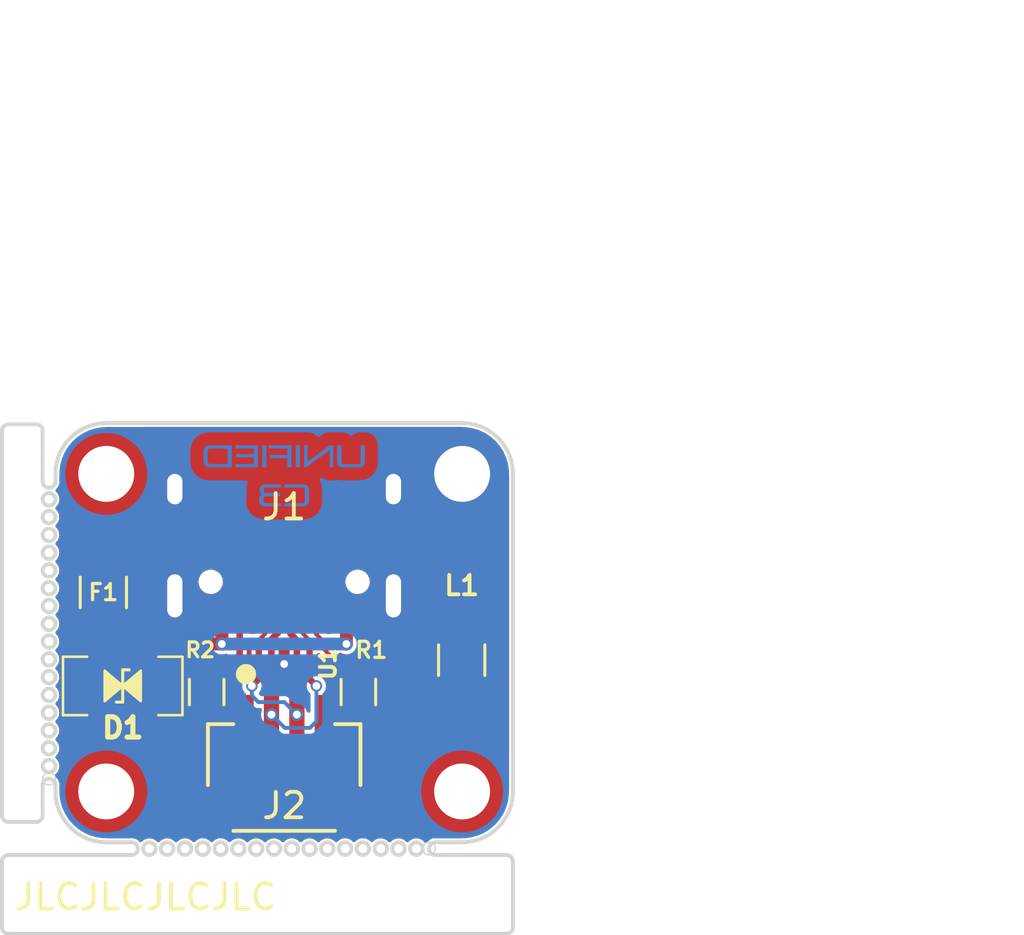
<source format=kicad_pcb>
(kicad_pcb (version 20210126) (generator pcbnew)
  (title_block (title "Unified Daughterboard") (date "2020-03-22") (rev "C3") (company "Designed by the keyboard community"))
  (layers (0 "F.Cu" signal) (31 "B.Cu" signal) (34 "B.Paste" user) (35 "F.Paste" user) (36 "B.SilkS" user "B.Silkscreen") (37 "F.SilkS" user "F.Silkscreen") (38 "B.Mask" user) (39 "F.Mask" user) (44 "Edge.Cuts" user))
  (net 0 "")
  (net 1 "GND")
  (net 2 "VCC")
  (net 3 "GNDPWR")
  (net 4 "Net-(J1-PadB8)")
  (net 5 "Net-(J1-PadA5)")
  (net 6 "DA+")
  (net 7 "Net-(J1-PadB5)")
  (net 8 "Net-(J1-PadA8)")
  (net 9 "DA-")
  (net 10 "VBUS")
  (footprint "random-keyboard-parts:Generic-Mounthole" (layer "F.Cu") (at 82.0045 71.043)
    (fp_text reference "MH4" hide)
    (fp_text value "Mount-M2" hide)
    (pad "" np_thru_hole circle (at 0 0) (size 3.500001 3.500001) (drill 2.2) (layers "F.Cu" "F.Mask") (clearance 0.508))
  )
  (footprint "Fuse:Fuse_1206_3216Metric" (layer "F.Cu") (at 67.8905 63.207 -90)
    (fp_text reference "F1" (at 0 0) (layer "F.SilkS") (effects (font (size 0.635 0.635) (thickness 0.127))))
    (fp_text value "ASMD1206-150")
    (fp_line (start -0.602064 0.91) (end 0.602064 0.91) (layer "F.SilkS") (width 0.12))
    (fp_line (start -0.602064 -0.91) (end 0.602064 -0.91) (layer "F.SilkS") (width 0.12))
    (pad "1" smd roundrect (at -1.4 0 270) (size 1.25 1.75) (layers "F.Cu" "F.Paste" "F.Mask") (roundrect_rratio 0.2) (net 10 "VBUS"))
    (pad "2" smd roundrect (at 1.4 0 270) (size 1.25 1.75) (layers "F.Cu" "F.Paste" "F.Mask") (roundrect_rratio 0.2) (net 2 "VCC"))
  )
  (footprint "acheron_Components:USON-10_2.5x1.0mm_P0.5mm" (layer "F.Cu") (at 75.0025 66.0264 90)
    (fp_text reference "U1" (at 0 1.7272 90) (layer "F.SilkS") (effects (font (size 0.6 0.6))))
    (fp_text value "TPD4E05U06DQAR")
    (fp_circle (center -0.4 -1.5) (end -0.4 -1.5) (layer "F.SilkS") (width 0.4) (fill none))
    (pad "1" smd roundrect (at -0.385 -1) (size 0.25 0.55) (layers "F.Cu" "F.Paste" "F.Mask") (roundrect_rratio 0.5) (net 6 "DA+"))
    (pad "2" smd rect (at -0.385 -0.5) (size 0.25 0.55) (layers "F.Cu" "F.Paste" "F.Mask") (net 9 "DA-"))
    (pad "3" smd rect (at -0.385 0) (size 0.3 0.55) (layers "F.Cu" "F.Paste" "F.Mask") (net 3 "GNDPWR"))
    (pad "4" smd rect (at -0.385 0.5) (size 0.25 0.55) (layers "F.Cu" "F.Paste" "F.Mask") (net 6 "DA+"))
    (pad "5" smd rect (at -0.385 1) (size 0.25 0.55) (layers "F.Cu" "F.Paste" "F.Mask") (net 9 "DA-"))
    (pad "6" smd rect (at 0.385 1) (size 0.25 0.55) (layers "F.Cu" "F.Paste" "F.Mask") (net 9 "DA-"))
    (pad "7" smd rect (at 0.385 0.5) (size 0.25 0.55) (layers "F.Cu" "F.Paste" "F.Mask") (net 6 "DA+"))
    (pad "8" smd rect (at 0.385 0) (size 0.3 0.55) (layers "F.Cu" "F.Paste" "F.Mask") (net 3 "GNDPWR"))
    (pad "9" smd rect (at 0.385 -0.5) (size 0.25 0.55) (layers "F.Cu" "F.Paste" "F.Mask") (net 9 "DA-"))
    (pad "10" smd rect (at 0.385 -1) (size 0.25 0.55) (layers "F.Cu" "F.Paste" "F.Mask") (net 6 "DA+"))
  )
  (footprint "Resistors_SMD:R_0603" (layer "F.Cu") (at 77.9235 67.129 -90)
    (fp_text reference "R1" (at -1.651 -0.508) (layer "F.SilkS") (effects (font (size 0.635 0.635) (thickness 0.127))))
    (fp_text value "5.1k")
    (fp_line (start 0.5 0.68) (end -0.5 0.68) (layer "F.SilkS") (width 0.12))
    (fp_line (start -0.5 -0.68) (end 0.5 -0.68) (layer "F.SilkS") (width 0.12))
    (pad "1" smd rect (at -0.75 0 270) (size 0.5 0.9) (layers "F.Cu" "F.Paste" "F.Mask") (net 5 "Net-(J1-PadA5)"))
    (pad "2" smd rect (at 0.75 0 270) (size 0.5 0.9) (layers "F.Cu" "F.Paste" "F.Mask") (net 3 "GNDPWR"))
  )
  (footprint "acheron_Connectors:TYPE-C-31-M-12" (layer "F.Cu") (at 75.0025 64.843 180)
    (fp_text reference "J1" (at 0 5) (layer "F.SilkS"))
    (fp_text value "TYPE-C-31-M12_13")
    (pad "" np_thru_hole circle (at -2.89 2.051 180) (size 0.65 0.65) (drill 0.65) (layers *.Cu *.Mask))
    (pad "" np_thru_hole circle (at 2.89 2.051 180) (size 0.65 0.65) (drill 0.65) (layers *.Cu *.Mask))
    (pad "A1" smd roundrect (at -3.25 1.275 180) (size 0.6 1.45) (drill (offset 0 -0.55)) (layers "F.Cu" "F.Paste" "F.Mask") (net 3 "GNDPWR"))
    (pad "A4" smd roundrect (at -2.45 1.275 180) (size 0.6 1.45) (drill (offset 0 -0.55)) (layers "F.Cu" "F.Paste" "F.Mask") (net 10 "VBUS"))
    (pad "A5" smd roundrect (at -1.25 1.275 180) (size 0.3 1.45) (drill (offset 0 -0.55)) (layers "F.Cu" "F.Paste" "F.Mask") (net 5 "Net-(J1-PadA5)"))
    (pad "A6" smd roundrect (at -0.254 1.275 180) (size 0.3 1.45) (drill (offset 0 -0.55)) (layers "F.Cu" "F.Paste" "F.Mask") (net 6 "DA+"))
    (pad "A7" smd roundrect (at 0.25 1.275 180) (size 0.3 1.45) (drill (offset 0 -0.55)) (layers "F.Cu" "F.Paste" "F.Mask") (net 9 "DA-"))
    (pad "A8" smd roundrect (at 1.25 1.275 180) (size 0.3 1.45) (drill (offset 0 -0.55)) (layers "F.Cu" "F.Paste" "F.Mask") (net 8 "Net-(J1-PadA8)"))
    (pad "B1" smd roundrect (at 3.25 1.275 180) (size 0.6 1.45) (drill (offset 0 -0.55)) (layers "F.Cu" "F.Paste" "F.Mask") (net 3 "GNDPWR"))
    (pad "B4" smd roundrect (at 2.45 1.275 180) (size 0.6 1.45) (drill (offset 0 -0.55)) (layers "F.Cu" "F.Paste" "F.Mask") (net 10 "VBUS"))
    (pad "B5" smd roundrect (at 1.75 1.275 180) (size 0.3 1.45) (drill (offset 0 -0.55)) (layers "F.Cu" "F.Paste" "F.Mask") (net 7 "Net-(J1-PadB5)"))
    (pad "B6" smd roundrect (at 0.75 1.275 180) (size 0.3 1.45) (drill (offset 0 -0.55)) (layers "F.Cu" "F.Paste" "F.Mask") (net 6 "DA+"))
    (pad "B7" smd roundrect (at -0.75 1.275 180) (size 0.3 1.45) (drill (offset 0 -0.55)) (layers "F.Cu" "F.Paste" "F.Mask") (net 9 "DA-"))
    (pad "B8" smd roundrect (at -1.75 1.275 180) (size 0.3 1.45) (drill (offset 0 -0.55)) (layers "F.Cu" "F.Paste" "F.Mask") (net 4 "Net-(J1-PadB8)"))
    (pad "S" thru_hole oval (at -4.3 5.7 180) (size 1.3 1.9) (drill oval 0.6 1.2) (layers *.Cu *.Mask) (net 3 "GNDPWR"))
    (pad "S" thru_hole oval (at 4.3 5.7 180) (size 1.3 1.9) (drill oval 0.6 1.2) (layers *.Cu *.Mask) (net 3 "GNDPWR"))
    (pad "S" thru_hole oval (at 4.3 1.5 180) (size 1.1 2.2) (drill oval 0.6 1.7) (layers *.Cu *.Mask) (net 3 "GNDPWR"))
    (pad "S" thru_hole oval (at -4.3 1.5 180) (size 1.1 2.2) (drill oval 0.6 1.7) (layers *.Cu *.Mask) (net 3 "GNDPWR"))
  )
  (footprint "acheron_Components:D_SOD-123_Bidirectional" (layer "F.Cu") (at 68.6525 66.89 180)
    (fp_text reference "D1" (at 0 -1.651 180) (layer "F.SilkS") (effects (font (size 0.8 0.8) (thickness 0.2))))
    (fp_text value "SMF9.0CA")
    (fp_line (start 0 -0.635) (end 0.254 -0.635) (layer "F.SilkS") (width 0.12))
    (fp_line (start 0 0.635) (end 0 -0.635) (layer "F.SilkS") (width 0.12))
    (fp_line (start 2.35 -1.15) (end 1.4 -1.15) (layer "F.SilkS") (width 0.1016))
    (fp_line (start 2.35 -1.15) (end 2.35 1.15) (layer "F.SilkS") (width 0.1016))
    (fp_line (start -2.35 -1.15) (end -1.4 -1.15) (layer "F.SilkS") (width 0.1016))
    (fp_line (start -2.35 1.15) (end -1.4 1.15) (layer "F.SilkS") (width 0.1016))
    (fp_line (start 2.35 1.15) (end 1.4 1.15) (layer "F.SilkS") (width 0.1016))
    (fp_line (start 0 0.635) (end -0.254 0.635) (layer "F.SilkS") (width 0.12))
    (fp_line (start -2.35 1.15) (end -2.35 -1.15) (layer "F.SilkS") (width 0.1016))
    (fp_poly (pts (xy 0 0) (xy -0.711 0.6) (xy -0.711 -0.6)) (layer "F.SilkS") (width 0.1) (fill solid))
    (fp_poly (pts (xy 0 0) (xy 0.711 -0.6) (xy 0.711 0.6)) (layer "F.SilkS") (width 0.1) (fill solid))
    (pad "1" smd roundrect (at -1.65 0 180) (size 1 1.2) (layers "F.Cu" "F.Paste" "F.Mask") (net 3 "GNDPWR"))
    (pad "2" smd roundrect (at 1.65 0 180) (size 1 1.2) (layers "F.Cu" "F.Paste" "F.Mask") (net 2 "VCC"))
  )
  (footprint "Resistors_SMD:R_0603" (layer "F.Cu") (at 71.9545 67.129 -90)
    (fp_text reference "R2" (at -1.651 0.254 180) (layer "F.SilkS") (effects (font (size 0.5842 0.5842) (thickness 0.127))))
    (fp_text value "5.1k")
    (fp_line (start 0.5 0.68) (end -0.5 0.68) (layer "F.SilkS") (width 0.12))
    (fp_line (start -0.5 -0.68) (end 0.5 -0.68) (layer "F.SilkS") (width 0.12))
    (pad "1" smd rect (at -0.75 0 270) (size 0.5 0.9) (layers "F.Cu" "F.Paste" "F.Mask") (net 7 "Net-(J1-PadB5)"))
    (pad "2" smd rect (at 0.75 0 270) (size 0.5 0.9) (layers "F.Cu" "F.Paste" "F.Mask") (net 3 "GNDPWR"))
  )
  (footprint "Inductor_SMD:L_1206_3216Metric" (layer "F.Cu") (at 81.9875 65.874 90)
    (fp_text reference "L1" (at 2.936 0 180) (layer "F.SilkS") (effects (font (size 0.762 0.762) (thickness 0.1524))))
    (fp_text value "60R@100MHz")
    (fp_line (start -0.602064 0.91) (end 0.602064 0.91) (layer "F.SilkS") (width 0.12))
    (fp_line (start -0.602064 -0.91) (end 0.602064 -0.91) (layer "F.SilkS") (width 0.12))
    (pad "1" smd roundrect (at -1.4 0 90) (size 1.25 1.75) (layers "F.Cu" "F.Paste" "F.Mask") (roundrect_rratio 0.2) (net 1 "GND"))
    (pad "2" smd roundrect (at 1.4 0 90) (size 1.25 1.75) (layers "F.Cu" "F.Paste" "F.Mask") (roundrect_rratio 0.2) (net 3 "GNDPWR"))
  )
  (footprint "random-keyboard-parts:Generic-Mounthole" (layer "F.Cu") (at 68.0045 71.043)
    (fp_text reference "MH3" hide)
    (fp_text value "Mount-M2" hide)
    (pad "" np_thru_hole circle (at 0 0) (size 3.500001 3.500001) (drill 2.2) (layers "F.Cu" "F.Mask") (clearance 0.508))
  )
  (footprint "random-keyboard-parts:Generic-Mounthole" (layer "F.Cu") (at 82.0045 58.543)
    (fp_text reference "MH2" hide)
    (fp_text value "Mount-M2" hide)
    (pad "1" thru_hole circle (at 0 0) (size 3.500001 3.500001) (drill 2.2) (layers *.Cu *.Mask) (net 3 "GNDPWR"))
  )
  (footprint "random-keyboard-parts:JST-SR-4" (layer "F.Cu") (at 75.0045 72.793)
    (fp_text reference "J2" (at 0.004 -1.189) (layer "F.SilkS"))
    (fp_text value "SM04B-SRSS-TB(LF)(SN)")
    (fp_line (start 3 -4.4) (end 3 -2) (layer "F.SilkS") (width 0.15))
    (fp_line (start 2 -0.2) (end -2 -0.2) (layer "F.SilkS") (width 0.15))
    (fp_line (start -3 -4.4) (end -2 -4.4) (layer "F.SilkS") (width 0.15))
    (fp_line (start -3 -2) (end -3 -4.4) (layer "F.SilkS") (width 0.15))
    (fp_line (start 2 -4.4) (end 3 -4.4) (layer "F.SilkS") (width 0.15))
    (pad "" smd rect (at 2.8 -0.9) (size 1.2 1.8) (layers "F.Cu" "F.Paste" "F.Mask"))
    (pad "" smd rect (at -2.8 -0.9) (size 1.2 1.8) (layers "F.Cu" "F.Paste" "F.Mask"))
    (pad "1" smd rect (at -1.5 -4.775) (size 0.6 1.55) (layers "F.Cu" "F.Paste" "F.Mask") (net 2 "VCC"))
    (pad "2" smd rect (at -0.5 -4.775) (size 0.6 1.55) (layers "F.Cu" "F.Paste" "F.Mask") (net 9 "DA-"))
    (pad "3" smd rect (at 0.5 -4.775) (size 0.6 1.55) (layers "F.Cu" "F.Paste" "F.Mask") (net 6 "DA+"))
    (pad "4" smd rect (at 1.5 -4.775) (size 0.6 1.55) (layers "F.Cu" "F.Paste" "F.Mask") (net 1 "GND"))
  )
  (footprint "random-keyboard-parts:Generic-Mounthole" (layer "F.Cu") (at 68.0045 58.543)
    (fp_text reference "MH1")
    (fp_text value "Mount-M2" hide)
    (pad "" np_thru_hole circle (at 0 0) (size 3.500001 3.500001) (drill 2.2) (layers "F.Cu" "F.Mask") (clearance 0.508))
  )
  (footprint "Unified-Daughterboard-Logo:Unified-Daughterboard-Logo.pretty" (layer "B.Cu") (at 75.0025 66.509 180)
    (fp_text reference "G1" hide)
    (fp_text value "Unified-Daughterboard-Logo" hide)
  )
  (footprint "Unified-Daughterboard-Logo:Unified-Daughterboard-Name.pretty" (layer "B.Cu") (at 75.0025 58.62 180)
    (fp_text reference "G2" hide)
    (fp_text value "Unified-Daughterboard-Name" hide)
    (pad "1" smd custom (at 1.12 1.09 180) (size 0.1 0.1) (layers "B.Cu" "B.Mask") (options (clearance outline) (anchor circle)) (primitives (gr_poly (pts (xy 0.801419 -0.014657) (xy 0.072197 -0.014657) (xy 0.072197 -0.230613) (xy 0.76444 -0.230613) (xy 0.76444 -0.359299) (xy 0.072181 -0.359299) (xy 0.072558 -0.492053) (xy 0.072936 -0.624807) (xy 0.437177 -0.62518) (xy 0.801419 -0.625552) (xy 0.801419 -0.754233) (xy 0.355701 -0.754233) (xy 0.319573 -0.75423) (xy 0.284211 -0.75422) (xy 0.24973 -0.754204) (xy 0.216242 -0.754183) (xy 0.183864 -0.754156) (xy 0.152708 -0.754124) (xy 0.122891 -0.754087) (xy 0.094525 -0.754045) (xy 0.067726 -0.753998) (xy 0.042608 -0.753947) (xy 0.019286 -0.753893) (xy -0.002127 -0.753834) (xy -0.021516 -0.753772) (xy -0.038766 -0.753707) (xy -0.053764 -0.753638) (xy -0.066393 -0.753567) (xy -0.076541 -0.753493) (xy -0.084093 -0.753417) (xy -0.088934 -0.75334) (xy -0.09095 -0.75326) (xy -0.091003 -0.753247) (xy -0.091084 -0.751705) (xy -0.091164 -0.747321) (xy -0.091241 -0.740211) (xy -0.091316 -0.730491) (xy -0.091388 -0.718277) (xy -0.091458 -0.703685) (xy -0.091524 -0.686831) (xy -0.091588 -0.667831) (xy -0.091647 -0.646802) (xy -0.091703 -0.623859) (xy -0.091755 -0.599118) (xy -0.091802 -0.572696) (xy -0.091844 -0.544709) (xy -0.091882 -0.515272) (xy -0.091914 -0.484502) (xy -0.091941 -0.452515) (xy -0.091963 -0.419426) (xy -0.091978 -0.385353) (xy -0.091987 -0.350411) (xy -0.091989 -0.319116) (xy -0.091989 0.114029) (xy 0.801419 0.114029)) (width 0) (fill yes))))
    (pad "1" smd custom (at 0.52 -0.73 180) (size 0.1 0.1) (layers "B.Cu" "B.Mask") (options (clearance outline) (anchor circle)) (primitives (gr_poly (pts (xy 0.036814 0.394003) (xy 0.066889 0.393969) (xy 0.094232 0.393912) (xy 0.118817 0.393835) (xy 0.140617 0.393736) (xy 0.159607 0.393616) (xy 0.175759 0.393475) (xy 0.189048 0.393313) (xy 0.199447 0.39313) (xy 0.206929 0.392927) (xy 0.20996 0.392797) (xy 0.24124 0.39039) (xy 0.269999 0.386589) (xy 0.296342 0.38136) (xy 0.320374 0.374669) (xy 0.342202 0.366479) (xy 0.361931 0.356757) (xy 0.379667 0.345468) (xy 0.395515 0.332578) (xy 0.396639 0.331537) (xy 0.410142 0.316976) (xy 0.421412 0.300576) (xy 0.430475 0.282284) (xy 0.43736 0.262045) (xy 0.442093 0.239803) (xy 0.442231 0.238921) (xy 0.442943 0.232475) (xy 0.443524 0.2236) (xy 0.443972 0.212784) (xy 0.44429 0.200519) (xy 0.444476 0.187292) (xy 0.444531 0.173593) (xy 0.444456 0.159912) (xy 0.444252 0.146738) (xy 0.443917 0.134561) (xy 0.443453 0.123868) (xy 0.442861 0.115151) (xy 0.442139 0.108898) (xy 0.442136 0.108879) (xy 0.437575 0.088735) (xy 0.430735 0.070047) (xy 0.421759 0.052993) (xy 0.410787 0.03775) (xy 0.39796 0.024494) (xy 0.383421 0.013403) (xy 0.36731 0.004652) (xy 0.355107 -0.000007) (xy 0.35037 -0.001668) (xy 0.34719 -0.003066) (xy 0.346162 -0.003934) (xy 0.346233 -0.004003) (xy 0.348261 -0.004834) (xy 0.35215 -0.006203) (xy 0.355658 -0.007361) (xy 0.374014 -0.014706) (xy 0.391868 -0.024655) (xy 0.408658 -0.036859) (xy 0.421513 -0.048579) (xy 0.430795 -0.058772) (xy 0.437945 -0.06865) (xy 0.443513 -0.079144) (xy 0.448048 -0.091184) (xy 0.449481 -0.095893) (xy 0.450886 -0.101058) (xy 0.452092 -0.106308) (xy 0.453111 -0.111896) (xy 0.453956 -0.118075) (xy 0.454638 -0.125097) (xy 0.45517 -0.133217) (xy 0.455565 -0.142686) (xy 0.455834 -0.153757) (xy 0.45599 -0.166684) (xy 0.456045 -0.181718) (xy 0.456011 -0.199114) (xy 0.455901 -0.219124) (xy 0.455845 -0.227015) (xy 0.455699 -0.246046) (xy 0.45555 -0.262402) (xy 0.45537 -0.276368) (xy 0.455134 -0.288225) (xy 0.454815 -0.298257) (xy 0.454388 -0.306749) (xy 0.453827 -0.313983) (xy 0.453106 -0.320243) (xy 0.452198 -0.325813) (xy 0.451078 -0.330975) (xy 0.44972 -0.336013) (xy 0.448098 -0.341211) (xy 0.446185 -0.346852) (xy 0.444385 -0.352) (xy 0.436271 -0.370825) (xy 0.425675 -0.388126) (xy 0.412579 -0.40392) (xy 0.396964 -0.418223) (xy 0.37881 -0.431054) (xy 0.358101 -0.442428) (xy 0.334816 -0.452364) (xy 0.33421 -0.452591) (xy 0.313456 -0.459297) (xy 0.29046 -0.464759) (xy 0.265071 -0.469006) (xy 0.237137 -0.472068) (xy 0.231483 -0.472522) (xy 0.227444 -0.472711) (xy 0.220507 -0.472889) (xy 0.210732 -0.473055) (xy 0.198179 -0.473209) (xy 0.182908 -0.47335) (xy 0.164979 -0.473479) (xy 0.144453 -0.473596) (xy 0.12139 -0.473699) (xy 0.095849 -0.473788) (xy 0.067891 -0.473865) (xy 0.037575 -0.473927) (xy 0.004963 -0.473974) (xy -0.029886 -0.474008) (xy -0.066911 -0.474026) (xy -0.095055 -0.47403) (xy -0.401699 -0.47403) (xy -0.401314 -0.410057) (xy -0.400928 -0.346083) (xy -0.094004 -0.345344) (xy 0.21292 -0.344604) (xy 0.22752 -0.340576) (xy 0.243116 -0.335501) (xy 0.256059 -0.329555) (xy 0.266565 -0.322593) (xy 0.27485 -0.314468) (xy 0.28113 -0.305037) (xy 0.281618 -0.304092) (xy 0.283733 -0.299797) (xy 0.285505 -0.295814) (xy 0.286966 -0.291836) (xy 0.288151 -0.287554) (xy 0.289093 -0.28266) (xy 0.289826 -0.276847) (xy 0.290384 -0.269806) (xy 0.290801 -0.26123) (xy 0.29111 -0.250811) (xy 0.291345 -0.238241) (xy 0.29154 -0.223211) (xy 0.291656 -0.212506) (xy 0.291807 -0.193423) (xy 0.291838 -0.176815) (xy 0.291751 -0.162775) (xy 0.291546 -0.151397) (xy 0.291226 -0.142773) (xy 0.290791 -0.136997) (xy 0.290709 -0.13633) (xy 0.287993 -0.123624) (xy 0.283362 -0.112695) (xy 0.276633 -0.103349) (xy 0.267622 -0.095389) (xy 0.256147 -0.088622) (xy 0.242024 -0.082851) (xy 0.239897 -0.082135) (xy 0.237084 -0.081192) (xy 0.234531 -0.080326) (xy 0.232109 -0.079533) (xy 0.229687 -0.07881) (xy 0.227137 -0.078154) (xy 0.224328 -0.077561) (xy 0.22113 -0.077027) (xy 0.217414 -0.076549) (xy 0.21305 -0.076125) (xy 0.207909 -0.075749) (xy 0.201859 -0.075419) (xy 0.194773 -0.075131) (xy 0.186519 -0.074882) (xy 0.176968 -0.074668) (xy 0.165991 -0.074485) (xy 0.153457 -0.074332) (xy 0.139238 -0.074203) (xy 0.123202 -0.074095) (xy 0.10522 -0.074005) (xy 0.085163 -0.07393) (xy 0.062901 -0.073865) (xy 0.038304 -0.073808) (xy 0.011242 -0.073755) (xy -0.018414 -0.073702) (xy -0.050795 -0.073647) (xy -0.078859 -0.073598) (xy -0.36472 -0.073087) (xy -0.36395 0.054767) (xy 0.218836 0.056317) (xy 0.231049 0.059589) (xy 0.243885 0.063686) (xy 0.254177 0.06852) (xy 0.2623 0.074348) (xy 0.268629 0.08143) (xy 0.272661 0.088185) (xy 0.274618 0.092282) (xy 0.276214 0.096204) (xy 0.277483 0.100294) (xy 0.278455 0.104896) (xy 0.279164 0.110352) (xy 0.279642 0.117006) (xy 0.279921 0.125202) (xy 0.280035 0.135283) (xy 0.280015 0.147592) (xy 0.279893 0.162473) (xy 0.279873 0.164511) (xy 0.279698 0.179573) (xy 0.279478 0.192007) (xy 0.279165 0.20214) (xy 0.278713 0.210304) (xy 0.278074 0.216826) (xy 0.277201 0.222038) (xy 0.276047 0.226267) (xy 0.274566 0.229844) (xy 0.27271 0.233097) (xy 0.270432 0.236357) (xy 0.269417 0.237704) (xy 0.262986 0.244896) (xy 0.255535 0.250693) (xy 0.246579 0.255351) (xy 0.235632 0.259124) (xy 0.22305 0.262101) (xy 0.221398 0.262406) (xy 0.219527 0.262687) (xy 0.217312 0.262945) (xy 0.21463 0.263182) (xy 0.211358 0.263398) (xy 0.207372 0.263595) (xy 0.202549 0.263774) (xy 0.196765 0.263937) (xy 0.189898 0.264083) (xy 0.181822 0.264216) (xy 0.172416 0.264335) (xy 0.161556 0.264442) (xy 0.149117 0.264538) (xy 0.134977 0.264625) (xy 0.119012 0.264703) (xy 0.101099 0.264773) (xy 0.081114 0.264838) (xy 0.058934 0.264898) (xy 0.034436 0.264954) (xy 0.007495 0.265008) (xy -0.022011 0.26506) (xy -0.054206 0.265112) (xy -0.089214 0.265166) (xy -0.095869 0.265175) (xy -0.401699 0.265627) (xy -0.401314 0.32956) (xy -0.400928 0.393493) (xy -0.110275 0.393927) (xy -0.069537 0.393978) (xy -0.031425 0.394008) (xy 0.004034 0.394017)) (width 0) (fill yes))))
    (pad "1" smd custom (at 0.78 0.91 180) (size 0.1 0.1) (layers "B.Cu" "B.Mask") (options (clearance outline) (anchor circle)) (primitives (gr_poly (pts (xy 0.082346 -0.574233) (xy -0.08184 -0.574233) (xy -0.08184 0.294029) (xy 0.082346 0.294029)) (width 0) (fill yes))))
    (pad "1" smd custom (at -3.1 0.8 180) (size 0.1 0.1) (layers "B.Cu" "B.Mask") (options (clearance outline) (anchor circle)) (primitives (gr_poly (pts (xy 0.089951 0.069371) (xy 0.089952 0.031594) (xy 0.089952 -0.003341) (xy 0.089953 -0.035549) (xy 0.089959 -0.065147) (xy 0.089972 -0.092251) (xy 0.089995 -0.116977) (xy 0.09003 -0.13944) (xy 0.090082 -0.159757) (xy 0.090152 -0.178044) (xy 0.090244 -0.194417) (xy 0.09036 -0.208991) (xy 0.090503 -0.221883) (xy 0.090677 -0.233209) (xy 0.090884 -0.243085) (xy 0.091127 -0.251626) (xy 0.091408 -0.258949) (xy 0.091732 -0.26517) (xy 0.0921 -0.270405) (xy 0.092515 -0.274769) (xy 0.092981 -0.278379) (xy 0.0935 -0.281351) (xy 0.094075 -0.283801) (xy 0.094709 -0.285845) (xy 0.095405 -0.287598) (xy 0.096166 -0.289178) (xy 0.096994 -0.290699) (xy 0.097893 -0.292277) (xy 0.098866 -0.29403) (xy 0.098977 -0.294237) (xy 0.106317 -0.305001) (xy 0.115997 -0.314107) (xy 0.128049 -0.321571) (xy 0.142509 -0.327411) (xy 0.159412 -0.331646) (xy 0.17591 -0.334016) (xy 0.179246 -0.334204) (xy 0.185359 -0.33438) (xy 0.194065 -0.334544) (xy 0.205185 -0.334696) (xy 0.218535 -0.334836) (xy 0.233933 -0.334964) (xy 0.251199 -0.335081) (xy 0.270149 -0.335185) (xy 0.290601 -0.335278) (xy 0.312375 -0.335358) (xy 0.335288 -0.335427) (xy 0.359158 -0.335484) (xy 0.383803 -0.335529) (xy 0.409041 -0.335562) (xy 0.434691 -0.335583) (xy 0.46057 -0.335592) (xy 0.486496 -0.335589) (xy 0.512288 -0.335574) (xy 0.537763 -0.335548) (xy 0.56274 -0.335509) (xy 0.587037 -0.335459) (xy 0.610471 -0.335397) (xy 0.632862 -0.335322) (xy 0.654026 -0.335236) (xy 0.673782 -0.335138) (xy 0.691949 -0.335028) (xy 0.708343 -0.334906) (xy 0.722784 -0.334772) (xy 0.735089 -0.334626) (xy 0.745076 -0.334468) (xy 0.752564 -0.334299) (xy 0.757371 -0.334117) (xy 0.758715 -0.334021) (xy 0.777734 -0.331215) (xy 0.794289 -0.326811) (xy 0.808426 -0.320781) (xy 0.820189 -0.313093) (xy 0.829625 -0.303717) (xy 0.836778 -0.292623) (xy 0.841693 -0.279782) (xy 0.842026 -0.278547) (xy 0.842279 -0.277334) (xy 0.842513 -0.275636) (xy 0.842728 -0.273342) (xy 0.842926 -0.270338) (xy 0.843106 -0.266511) (xy 0.84327 -0.261748) (xy 0.843419 -0.255935) (xy 0.843553 -0.24896) (xy 0.843673 -0.240709) (xy 0.84378 -0.231069) (xy 0.843874 -0.219928) (xy 0.843956 -0.207172) (xy 0.844027 -0.192687) (xy 0.844088 -0.176361) (xy 0.844139 -0.15808) (xy 0.844182 -0.137732) (xy 0.844216 -0.115203) (xy 0.844243 -0.090381) (xy 0.844263 -0.063151) (xy 0.844278 -0.033401) (xy 0.844287 -0.001018) (xy 0.844292 0.034112) (xy 0.844293 0.067094) (xy 0.844293 0.404029) (xy 1.010053 0.404029) (xy 1.009556 0.059017) (xy 1.009502 0.020589) (xy 1.009454 -0.015001) (xy 1.009408 -0.047871) (xy 1.009362 -0.078142) (xy 1.009313 -0.105933) (xy 1.009257 -0.131363) (xy 1.009192 -0.154552) (xy 1.009113 -0.175619) (xy 1.00902 -0.194684) (xy 1.008908 -0.211867) (xy 1.008774 -0.227287) (xy 1.008615 -0.241063) (xy 1.008429 -0.253315) (xy 1.008212 -0.264163) (xy 1.007962 -0.273726) (xy 1.007675 -0.282124) (xy 1.007348 -0.289476) (xy 1.006978 -0.295902) (xy 1.006562 -0.301521) (xy 1.006098 -0.306452) (xy 1.005582 -0.310816) (xy 1.005011 -0.314732) (xy 1.004382 -0.31832) (xy 1.003692 -0.321698) (xy 1.002938 -0.324986) (xy 1.002118 -0.328305) (xy 1.001227 -0.331773) (xy 1.000264 -0.33551) (xy 0.999505 -0.338505) (xy 0.992987 -0.358905) (xy 0.984093 -0.377575) (xy 0.97288 -0.394443) (xy 0.959403 -0.409438) (xy 0.943719 -0.42249) (xy 0.925882 -0.433527) (xy 0.924506 -0.434247) (xy 0.910155 -0.441169) (xy 0.895924 -0.44693) (xy 0.88132 -0.451648) (xy 0.865846 -0.455443) (xy 0.849006 -0.458433) (xy 0.830305 -0.460737) (xy 0.809248 -0.462474) (xy 0.805835 -0.462694) (xy 0.801797 -0.462851) (xy 0.794977 -0.462998) (xy 0.785549 -0.463134) (xy 0.773691 -0.463261) (xy 0.759577 -0.463378) (xy 0.743383 -0.463485) (xy 0.725286 -0.463582) (xy 0.70546 -0.463669) (xy 0.684081 -0.463747) (xy 0.661326 -0.463814) (xy 0.637369 -0.463872) (xy 0.612387 -0.46392) (xy 0.586556 -0.463959) (xy 0.56005 -0.463987) (xy 0.533046 -0.464006) (xy 0.505719 -0.464015) (xy 0.478246 -0.464015) (xy 0.450801 -0.464005) (xy 0.423561 -0.463985) (xy 0.396701 -0.463956) (xy 0.370397 -0.463917) (xy 0.344824 -0.463869) (xy 0.32016 -0.463811) (xy 0.296578 -0.463744) (xy 0.274255 -0.463667) (xy 0.253366 -0.463581) (xy 0.234088 -0.463485) (xy 0.216596 -0.46338) (xy 0.201065 -0.463265) (xy 0.187672 -0.463141) (xy 0.176592 -0.463008) (xy 0.168001 -0.462866) (xy 0.162074 -0.462714) (xy 0.159766 -0.462612) (xy 0.130734 -0.460065) (xy 0.103987 -0.456031) (xy 0.079213 -0.450434) (xy 0.056097 -0.4432) (xy 0.034325 -0.434254) (xy 0.027473 -0.430958) (xy 0.010583 -0.421761) (xy -0.003985 -0.412081) (xy -0.01687 -0.401474) (xy -0.022834 -0.39573) (xy -0.036916 -0.379497) (xy -0.048721 -0.361574) (xy -0.058291 -0.341867) (xy -0.065671 -0.320281) (xy -0.070903 -0.296724) (xy -0.072005 -0.289648) (xy -0.072252 -0.287609) (xy -0.07248 -0.285022) (xy -0.07269 -0.281773) (xy -0.072883 -0.277748) (xy -0.07306 -0.272833) (xy -0.07322 -0.266916) (xy -0.073366 -0.259882) (xy -0.073498 -0.251618) (xy -0.073615 -0.242011) (xy -0.07372 -0.230945) (xy -0.073813 -0.218309) (xy -0.073894 -0.203987) (xy -0.073965 -0.187867) (xy -0.074025 -0.169835) (xy -0.074076 -0.149778) (xy -0.074119 -0.12758) (xy -0.074153 -0.10313) (xy -0.074181 -0.076313) (xy -0.074202 -0.047016) (xy -0.074217 -0.015124) (xy -0.074227 0.019475) (xy -0.074233 0.056895) (xy -0.074233 0.064934) (xy -0.07426 0.404029) (xy 0.089925 0.404029)) (width 0) (fill yes))))
    (pad "1" smd custom (at -0.9 -0.79 180) (size 0.1 0.1) (layers "B.Cu" "B.Mask") (options (clearance outline) (anchor circle)) (primitives (gr_poly (pts (xy 0.894083 0.325546) (xy 0.541462 0.325546) (xy 0.502296 0.325545) (xy 0.465973 0.32554) (xy 0.432379 0.325531) (xy 0.401399 0.325515) (xy 0.372919 0.325491) (xy 0.346825 0.325457) (xy 0.323001 0.325412) (xy 0.301333 0.325354) (xy 0.281706 0.325282) (xy 0.264006 0.325194) (xy 0.248118 0.325088) (xy 0.233927 0.324964) (xy 0.22132 0.324818) (xy 0.21018 0.324651) (xy 0.200394 0.324459) (xy 0.191847 0.324243) (xy 0.184424 0.323999) (xy 0.178011 0.323727) (xy 0.172493 0.323425) (xy 0.167755 0.323092) (xy 0.163683 0.322725) (xy 0.160163 0.322323) (xy 0.157079 0.321885) (xy 0.154316 0.321409) (xy 0.151761 0.320894) (xy 0.149299 0.320338) (xy 0.148591 0.320169) (xy 0.134767 0.315738) (xy 0.122093 0.309466) (xy 0.111022 0.301664) (xy 0.102003 0.292642) (xy 0.096276 0.284226) (xy 0.09522 0.282323) (xy 0.094258 0.280578) (xy 0.093385 0.278853) (xy 0.092597 0.277009) (xy 0.091889 0.274907) (xy 0.091257 0.272409) (xy 0.090698 0.269377) (xy 0.090206 0.265671) (xy 0.089777 0.261153) (xy 0.089407 0.255685) (xy 0.089091 0.249127) (xy 0.088825 0.241342) (xy 0.088606 0.232189) (xy 0.088427 0.221532) (xy 0.088286 0.209231) (xy 0.088177 0.195148) (xy 0.088097 0.179143) (xy 0.088041 0.161079) (xy 0.088004 0.140816) (xy 0.087983 0.118217) (xy 0.087973 0.093142) (xy 0.08797 0.065453) (xy 0.087968 0.035011) (xy 0.087967 0.019302) (xy 0.087962 -0.012397) (xy 0.087956 -0.041279) (xy 0.087954 -0.067481) (xy 0.08796 -0.091143) (xy 0.087981 -0.112407) (xy 0.088019 -0.131409) (xy 0.088081 -0.148292) (xy 0.08817 -0.163194) (xy 0.088293 -0.176254) (xy 0.088453 -0.187613) (xy 0.088655 -0.19741) (xy 0.088905 -0.205785) (xy 0.089207 -0.212877) (xy 0.089566 -0.218826) (xy 0.089987 -0.223772) (xy 0.090474 -0.227854) (xy 0.091032 -0.231212) (xy 0.091667 -0.233986) (xy 0.092383 -0.236315) (xy 0.093185 -0.238338) (xy 0.094077 -0.240196) (xy 0.095065 -0.242029) (xy 0.096154 -0.243975) (xy 0.097122 -0.245749) (xy 0.104221 -0.256019) (xy 0.113823 -0.264855) (xy 0.125966 -0.272283) (xy 0.140689 -0.27833) (xy 0.148215 -0.28062) (xy 0.162643 -0.284604) (xy 0.894083 -0.285396) (xy 0.894083 -0.41403) (xy 0.526884 -0.413772) (xy 0.494046 -0.413747) (xy 0.461942 -0.413718) (xy 0.430703 -0.413687) (xy 0.400456 -0.413653) (xy 0.37133 -0.413616) (xy 0.343454 -0.413577) (xy 0.316956 -0.413536) (xy 0.291966 -0.413493) (xy 0.268613 -0.413449) (xy 0.247024 -0.413404) (xy 0.227328 -0.413358) (xy 0.209656 -0.413311) (xy 0.194134 -0.413263) (xy 0.180892 -0.413216) (xy 0.170059 -0.413168) (xy 0.161763 -0.413121) (xy 0.156133 -0.413074) (xy 0.153298 -0.413029) (xy 0.153028 -0.413017) (xy 0.121848 -0.409723) (xy 0.09296 -0.404651) (xy 0.066269 -0.397774) (xy 0.041682 -0.389062) (xy 0.019103 -0.378489) (xy -0.000191 -0.366948) (xy -0.009353 -0.360104) (xy -0.019054 -0.351632) (xy -0.028538 -0.342284) (xy -0.037047 -0.332809) (xy -0.043823 -0.323961) (xy -0.044427 -0.323062) (xy -0.055649 -0.303459) (xy -0.064639 -0.281934) (xy -0.071402 -0.25847) (xy -0.072805 -0.252009) (xy -0.073144 -0.250229) (xy -0.073454 -0.248282) (xy -0.073735 -0.246032) (xy -0.073989 -0.243343) (xy -0.074218 -0.240081) (xy -0.074422 -0.236108) (xy -0.074604 -0.231291) (xy -0.074764 -0.225492) (xy -0.074904 -0.218577) (xy -0.075025 -0.21041) (xy -0.075129 -0.200854) (xy -0.075216 -0.189776) (xy -0.075289 -0.177038) (xy -0.075348 -0.162506) (xy -0.075396 -0.146044) (xy -0.075432 -0.127516) (xy -0.075459 -0.106786) (xy -0.075478 -0.083719) (xy -0.075491 -0.058179) (xy -0.075498 -0.030031) (xy -0.075501 0.000861) (xy -0.075501 0.278953) (xy -0.072189 0.293898) (xy -0.066762 0.314711) (xy -0.060136 0.333172) (xy -0.052076 0.349726) (xy -0.042344 0.36482) (xy -0.030704 0.378898) (xy -0.022926 0.386832) (xy -0.0073 0.400278) (xy 0.010114 0.412157) (xy 0.029459 0.422527) (xy 0.050879 0.431444) (xy 0.074518 0.438966) (xy 0.100521 0.44515) (xy 0.129032 0.450053) (xy 0.139716 0.451488) (xy 0.142136 0.45169) (xy 0.146134 0.45188) (xy 0.151784 0.452059) (xy 0.159167 0.452228) (xy 0.168358 0.452386) (xy 0.179434 0.452535) (xy 0.192475 0.452675) (xy 0.207556 0.452805) (xy 0.224755 0.452928) (xy 0.24415 0.453042) (xy 0.265818 0.453149) (xy 0.289836 0.45325) (xy 0.316282 0.453344) (xy 0.345233 0.453431) (xy 0.376767 0.453514) (xy 0.410961 0.453591) (xy 0.447892 0.453663) (xy 0.487637 0.453732) (xy 0.523926 0.453788) (xy 0.894083 0.454326)) (width 0) (fill yes))))
    (pad "1" smd custom (at -0.21 1.11 180) (size 0.1 0.1) (layers "B.Cu" "B.Mask") (options (clearance outline) (anchor circle)) (primitives (gr_poly (pts (xy 0.813494 -0.034657) (xy 0.085751 -0.034657) (xy 0.085751 -0.287592) (xy 0.764682 -0.287592) (xy 0.764682 -0.416278) (xy 0.085763 -0.416278) (xy 0.085387 -0.594886) (xy 0.085012 -0.773493) (xy 0.003288 -0.773876) (xy -0.078435 -0.774258) (xy -0.078435 0.094029) (xy 0.813494 0.094029)) (width 0) (fill yes))))
    (pad "1" smd custom (at 2.15 1.08 180) (size 0.1 0.1) (layers "B.Cu" "B.Mask") (options (clearance outline) (anchor circle)) (primitives (gr_poly (pts (xy 0.324991 0.124007) (xy 0.368605 0.123999) (xy 0.410278 0.12398) (xy 0.449948 0.123952) (xy 0.487554 0.123913) (xy 0.523033 0.123864) (xy 0.556324 0.123805) (xy 0.587364 0.123737) (xy 0.616092 0.12366) (xy 0.642445 0.123573) (xy 0.666363 0.123478) (xy 0.687783 0.123374) (xy 0.706643 0.123262) (xy 0.722881 0.123141) (xy 0.736436 0.123012) (xy 0.747246 0.122876) (xy 0.755247 0.122731) (xy 0.76038 0.12258) (xy 0.761711 0.122511) (xy 0.794505 0.119594) (xy 0.824732 0.115348) (xy 0.852488 0.109741) (xy 0.877866 0.102741) (xy 0.900958 0.094314) (xy 0.92186 0.084428) (xy 0.940664 0.073051) (xy 0.957464 0.06015) (xy 0.967359 0.050927) (xy 0.978668 0.03844) (xy 0.98853 0.025063) (xy 0.99709 0.010475) (xy 1.004491 -0.005648) (xy 1.010876 -0.023626) (xy 1.016388 -0.043784) (xy 1.02117 -0.066444) (xy 1.022297 -0.072698) (xy 1.022638 -0.074879) (xy 1.022949 -0.077425) (xy 1.02323 -0.080485) (xy 1.023484 -0.084209) (xy 1.023713 -0.088745) (xy 1.023919 -0.094244) (xy 1.024104 -0.100855) (xy 1.02427 -0.108727) (xy 1.024418 -0.11801) (xy 1.024552 -0.128854) (xy 1.024672 -0.141407) (xy 1.024782 -0.15582) (xy 1.024882 -0.172242) (xy 1.024976 -0.190822) (xy 1.025064 -0.21171) (xy 1.025149 -0.235055) (xy 1.025233 -0.261007) (xy 1.025318 -0.289715) (xy 1.025349 -0.300487) (xy 1.025433 -0.333739) (xy 1.025492 -0.364116) (xy 1.025524 -0.391701) (xy 1.025529 -0.416576) (xy 1.025508 -0.438826) (xy 1.025458 -0.458533) (xy 1.025381 -0.47578) (xy 1.025275 -0.49065) (xy 1.025141 -0.503226) (xy 1.024977 -0.513591) (xy 1.024784 -0.521829) (xy 1.024561 -0.528022) (xy 1.024308 -0.532253) (xy 1.024268 -0.532714) (xy 1.020814 -0.560023) (xy 1.015577 -0.585016) (xy 1.008478 -0.6078) (xy 0.999436 -0.628476) (xy 0.988374 -0.64715) (xy 0.97521 -0.663926) (xy 0.959866 -0.678908) (xy 0.942262 -0.692199) (xy 0.922318 -0.703905) (xy 0.899954 -0.714129) (xy 0.880066 -0.721378) (xy 0.860175 -0.727264) (xy 0.839122 -0.732172) (xy 0.816538 -0.736161) (xy 0.792054 -0.739291) (xy 0.7653 -0.74162) (xy 0.746919 -0.742712) (xy 0.742311 -0.742866) (xy 0.734822 -0.743013) (xy 0.72453 -0.743153) (xy 0.711511 -0.743285) (xy 0.695844 -0.74341) (xy 0.677605 -0.743527) (xy 0.656872 -0.743635) (xy 0.633723 -0.743735) (xy 0.608234 -0.743827) (xy 0.580483 -0.743909) (xy 0.550548 -0.743982) (xy 0.518505 -0.744046) (xy 0.484433 -0.744099) (xy 0.448409 -0.744143) (xy 0.410509 -0.744176) (xy 0.370812 -0.744199) (xy 0.329394 -0.744211) (xy 0.313898 -0.744212) (xy -0.089541 -0.744233) (xy -0.089541 -0.615547) (xy 0.074645 -0.615547) (xy 0.39673 -0.615534) (xy 0.435225 -0.615525) (xy 0.471786 -0.615502) (xy 0.506343 -0.615466) (xy 0.538823 -0.615417) (xy 0.569156 -0.615355) (xy 0.597269 -0.61528) (xy 0.623091 -0.615192) (xy 0.646549 -0.615093) (xy 0.667574 -0.614982) (xy 0.686092 -0.61486) (xy 0.702033 -0.614726) (xy 0.715324 -0.614582) (xy 0.725895 -0.614428) (xy 0.733673 -0.614263) (xy 0.738586 -0.614088) (xy 0.739524 -0.614032) (xy 0.760224 -0.612057) (xy 0.778308 -0.609255) (xy 0.794019 -0.605547) (xy 0.807602 -0.600851) (xy 0.819304 -0.595087) (xy 0.829369 -0.588175) (xy 0.835723 -0.582459) (xy 0.843457 -0.573443) (xy 0.849523 -0.56337) (xy 0.854239 -0.551617) (xy 0.857544 -0.539296) (xy 0.860814 -0.524579) (xy 0.860814 -0.098583) (xy 0.857536 -0.083791) (xy 0.852863 -0.067553) (xy 0.84653 -0.053656) (xy 0.838456 -0.041941) (xy 0.833165 -0.036295) (xy 0.825753 -0.029682) (xy 0.81868 -0.024594) (xy 0.810985 -0.020469) (xy 0.801711 -0.016743) (xy 0.79721 -0.015194) (xy 0.794132 -0.014149) (xy 0.791341 -0.013182) (xy 0.78872 -0.012289) (xy 0.786151 -0.011468) (xy 0.783516 -0.010715) (xy 0.780697 -0.010027) (xy 0.777575 -0.009401) (xy 0.774032 -0.008835) (xy 0.769951 -0.008324) (xy 0.765214 -0.007865) (xy 0.759702 -0.007457) (xy 0.753297 -0.007094) (xy 0.745882 -0.006775) (xy 0.737338 -0.006496) (xy 0.727547 -0.006255) (xy 0.716391 -0.006047) (xy 0.703752 -0.00587) (xy 0.689512 -0.00572) (xy 0.673554 -0.005595) (xy 0.655758 -0.005492) (xy 0.636007 -0.005407) (xy 0.614183 -0.005337) (xy 0.590167 -0.005279) (xy 0.563843 -0.00523) (xy 0.535091 -0.005186) (xy 0.503793 -0.005146) (xy 0.469832 -0.005104) (xy 0.43309 -0.00506) (xy 0.41374 -0.005035) (xy 0.074645 -0.004595) (xy 0.074645 -0.615547) (xy -0.089541 -0.615547) (xy -0.089541 0.124029)) (width 0) (fill yes))))
    (pad "1" smd custom (at -1.86 1.08 180) (size 0.1 0.1) (layers "B.Cu" "B.Mask") (options (clearance outline) (anchor circle)) (primitives (gr_poly (pts (xy 1.07457 -0.744233) (xy 0.994882 -0.744233) (xy 0.725953 -0.548012) (xy 0.697516 -0.527263) (xy 0.667905 -0.505658) (xy 0.637358 -0.483369) (xy 0.606113 -0.460572) (xy 0.574407 -0.437438) (xy 0.54248 -0.414142) (xy 0.510567 -0.390857) (xy 0.478909 -0.367758) (xy 0.447742 -0.345017) (xy 0.417304 -0.322808) (xy 0.387834 -0.301305) (xy 0.359569 -0.280681) (xy 0.332747 -0.26111) (xy 0.307606 -0.242766) (xy 0.284385 -0.225822) (xy 0.26375 -0.210765) (xy 0.242443 -0.195223) (xy 0.221784 -0.18016) (xy 0.201899 -0.165668) (xy 0.182913 -0.15184) (xy 0.164954 -0.138767) (xy 0.148149 -0.126541) (xy 0.132622 -0.115254) (xy 0.118502 -0.104998) (xy 0.105914 -0.095864) (xy 0.094985 -0.087945) (xy 0.085842 -0.081333) (xy 0.07861 -0.076119) (xy 0.073417 -0.072395) (xy 0.070388 -0.070253) (xy 0.069611 -0.069739) (xy 0.069531 -0.071197) (xy 0.069452 -0.075481) (xy 0.069376 -0.082462) (xy 0.069303 -0.092007) (xy 0.069233 -0.103986) (xy 0.069166 -0.118268) (xy 0.069102 -0.134721) (xy 0.069043 -0.153214) (xy 0.068988 -0.173616) (xy 0.068938 -0.195796) (xy 0.068893 -0.219624) (xy 0.068854 -0.244966) (xy 0.06882 -0.271694) (xy 0.068792 -0.299675) (xy 0.06877 -0.328777) (xy 0.068756 -0.358871) (xy 0.068748 -0.389825) (xy 0.068747 -0.406986) (xy 0.068747 -0.744233) (xy -0.074731 -0.744233) (xy -0.074731 0.124029) (xy 0.068007 0.123947) (xy 0.49918 -0.197759) (xy 0.930353 -0.519464) (xy 0.930726 -0.197717) (xy 0.931099 0.124029) (xy 1.07457 0.124029)) (width 0) (fill yes))))
    (pad "1" smd custom (at -0.54 1.02 180) (size 0.1 0.1) (layers "B.Cu" "B.Mask") (options (clearance outline) (anchor circle)) (primitives (gr_poly (pts (xy 0.084421 -0.684233) (xy 0.003314 -0.684233) (xy -0.011904 -0.684215) (xy -0.026228 -0.684165) (xy -0.039385 -0.684085) (xy -0.051103 -0.683979) (xy -0.061112 -0.68385) (xy -0.069138 -0.683701) (xy -0.07491 -0.683536) (xy -0.078157 -0.683357) (xy -0.078779 -0.683247) (xy -0.07886 -0.681705) (xy -0.078939 -0.677321) (xy -0.079016 -0.670211) (xy -0.079091 -0.660491) (xy -0.079164 -0.648277) (xy -0.079233 -0.633685) (xy -0.0793 -0.616831) (xy -0.079363 -0.597831) (xy -0.079423 -0.576802) (xy -0.079478 -0.553859) (xy -0.07953 -0.529118) (xy -0.079577 -0.502696) (xy -0.07962 -0.474709) (xy -0.079657 -0.445272) (xy -0.07969 -0.414502) (xy -0.079717 -0.382515) (xy -0.079738 -0.349426) (xy -0.079753 -0.315353) (xy -0.079762 -0.280411) (xy -0.079765 -0.249116) (xy -0.079765 0.184029) (xy 0.084421 0.184029)) (width 0) (fill yes))))
  )
  (gr_circle (center 80.202499 73.293) (end 80.202499 73.043) (layer "Edge.Cuts") (width 0.15) (fill none))
  (gr_arc (start 64.1525 76.393) (end 63.9025 76.392999) (angle -90) (layer "Edge.Cuts") (width 0.15))
  (gr_line (start 65.5025 70.793) (end 65.502501 71.993001) (layer "Edge.Cuts") (width 0.15))
  (gr_arc (start 68.0045 71.043) (end 66.0045 71.043) (angle -90) (layer "Edge.Cuts") (width 0.15))
  (gr_line (start 66.0025 58.843) (end 66.0045 58.543) (layer "Edge.Cuts") (width 0.15))
  (gr_line (start 64.1525 72.243) (end 65.2525 72.243) (layer "Edge.Cuts") (width 0.15))
  (gr_arc (start 65.252501 71.993) (end 65.2525 72.243) (angle -90) (layer "Edge.Cuts") (width 0.15))
  (gr_circle (center 65.7525 64.443) (end 66.0025 64.443) (layer "Edge.Cuts") (width 0.15) (fill none))
  (gr_arc (start 80.702499 73.293) (end 80.702499 73.543) (angle 0) (layer "Edge.Cuts") (width 0.05))
  (gr_circle (center 65.7525 63.743) (end 66.0025 63.743) (layer "Edge.Cuts") (width 0.15) (fill none))
  (gr_arc (start 65.7525 70.543) (end 65.5025 70.543) (angle 0) (layer "Edge.Cuts") (width 0.05))
  (gr_circle (center 65.7525 70.043) (end 66.0025 70.043) (layer "Edge.Cuts") (width 0.15) (fill none))
  (gr_line (start 69.002499 73.543) (end 64.152499 73.543) (layer "Edge.Cuts") (width 0.15))
  (gr_arc (start 82.0045 58.543) (end 84.0045 58.543) (angle -90) (layer "Edge.Cuts") (width 0.15))
  (gr_circle (center 74.602499 73.293) (end 74.602499 73.043) (layer "Edge.Cuts") (width 0.15) (fill none))
  (gr_line (start 65.5025 58.843) (end 65.5025 56.843) (layer "Edge.Cuts") (width 0.15))
  (gr_arc (start 69.002499 73.293) (end 69.002499 73.543) (angle -180) (layer "Edge.Cuts") (width 0.15))
  (gr_circle (center 77.402499 73.293) (end 77.402499 73.043) (layer "Edge.Cuts") (width 0.15) (fill none))
  (gr_circle (center 72.502499 73.293) (end 72.502499 73.043) (layer "Edge.Cuts") (width 0.15) (fill none))
  (gr_arc (start 64.152499 56.843) (end 64.1525 56.593) (angle -90) (layer "Edge.Cuts") (width 0.15))
  (gr_line (start 66.0045 71.043) (end 66.0025 70.793) (layer "Edge.Cuts") (width 0.15))
  (gr_arc (start 65.7525 70.793) (end 66.0025 70.793) (angle -180) (layer "Edge.Cuts") (width 0.15))
  (gr_circle (center 65.7525 69.343) (end 66.0025 69.343) (layer "Edge.Cuts") (width 0.15) (fill none))
  (gr_line (start 65.2525 56.593) (end 64.1525 56.593) (layer "Edge.Cuts") (width 0.15))
  (gr_circle (center 71.102499 73.293) (end 71.102499 73.043) (layer "Edge.Cuts") (width 0.15) (fill none))
  (gr_arc (start 64.152498 73.793) (end 64.152499 73.543) (angle -90) (layer "Edge.Cuts") (width 0.15))
  (gr_circle (center 69.702499 73.293) (end 69.702499 73.043) (layer "Edge.Cuts") (width 0.15) (fill none))
  (gr_circle (center 78.802499 73.293) (end 78.802499 73.043) (layer "Edge.Cuts") (width 0.15) (fill none))
  (gr_line (start 69.002499 73.043) (end 68.002499 73.043) (layer "Edge.Cuts") (width 0.15))
  (gr_circle (center 65.7525 65.843) (end 66.0025 65.843) (layer "Edge.Cuts") (width 0.15) (fill none))
  (gr_arc (start 80.702499 73.293) (end 80.702499 73.543) (angle 0) (layer "Edge.Cuts") (width 0.05))
  (gr_circle (center 65.7525 59.543) (end 66.0025 59.543) (layer "Edge.Cuts") (width 0.15) (fill none))
  (gr_arc (start 83.752499 73.792999) (end 84.002499 73.793) (angle -90) (layer "Edge.Cuts") (width 0.15))
  (gr_circle (center 65.7525 60.243) (end 66.0025 60.243) (layer "Edge.Cuts") (width 0.15) (fill none))
  (gr_line (start 83.7525 73.542999) (end 80.952499 73.543) (layer "Edge.Cuts") (width 0.15))
  (gr_circle (center 73.202499 73.293) (end 73.202499 73.043) (layer "Edge.Cuts") (width 0.15) (fill none))
  (gr_line (start 63.902499 73.793) (end 63.9025 76.392999) (layer "Edge.Cuts") (width 0.15))
  (gr_circle (center 65.7525 62.343) (end 66.0025 62.343) (layer "Edge.Cuts") (width 0.15) (fill none))
  (gr_circle (center 71.802499 73.293) (end 71.802499 73.043) (layer "Edge.Cuts") (width 0.15) (fill none))
  (gr_circle (center 65.7525 67.943) (end 66.0025 67.943) (layer "Edge.Cuts") (width 0.15) (fill none))
  (gr_arc (start 65.7525 58.843) (end 65.5025 58.843) (angle -180) (layer "Edge.Cuts") (width 0.15))
  (gr_circle (center 65.7525 68.643) (end 66.0025 68.643) (layer "Edge.Cuts") (width 0.15) (fill none))
  (gr_arc (start 68.0045 58.543) (end 68.0045 56.543) (angle -90) (layer "Edge.Cuts") (width 0.15))
  (gr_line (start 82.002499 73.043) (end 80.952499 73.043) (layer "Edge.Cuts") (width 0.15))
  (gr_line (start 63.9025 56.843) (end 63.9025 71.993) (layer "Edge.Cuts") (width 0.15))
  (gr_circle (center 65.7525 60.943) (end 66.0025 60.943) (layer "Edge.Cuts") (width 0.15) (fill none))
  (gr_arc (start 65.7525 70.543) (end 65.5025 70.543) (angle 0) (layer "Edge.Cuts") (width 0.05))
  (gr_circle (center 76.702499 73.293) (end 76.702499 73.043) (layer "Edge.Cuts") (width 0.15) (fill none))
  (gr_circle (center 76.002499 73.293) (end 76.002499 73.043) (layer "Edge.Cuts") (width 0.15) (fill none))
  (gr_circle (center 70.402499 73.293) (end 70.402499 73.043) (layer "Edge.Cuts") (width 0.15) (fill none))
  (gr_arc (start 80.952499 73.293) (end 80.952499 73.043) (angle -180) (layer "Edge.Cuts") (width 0.15))
  (gr_line (start 84.0045 58.543) (end 84.0045 71.043) (layer "Edge.Cuts") (width 0.15))
  (gr_circle (center 65.7525 61.643) (end 66.0025 61.643) (layer "Edge.Cuts") (width 0.15) (fill none))
  (gr_circle (center 75.302499 73.293) (end 75.302499 73.043) (layer "Edge.Cuts") (width 0.15) (fill none))
  (gr_circle (center 78.102499 73.293) (end 78.102499 73.043) (layer "Edge.Cuts") (width 0.15) (fill none))
  (gr_circle (center 73.902499 73.293) (end 73.902499 73.043) (layer "Edge.Cuts") (width 0.15) (fill none))
  (gr_circle (center 65.7525 67.243) (end 66.0025 67.243) (layer "Edge.Cuts") (width 0.15) (fill none))
  (gr_arc (start 83.752501 76.392999) (end 83.7525 76.642999) (angle -90) (layer "Edge.Cuts") (width 0.15))
  (gr_circle (center 79.502499 73.293) (end 79.502499 73.043) (layer "Edge.Cuts") (width 0.15) (fill none))
  (gr_circle (center 65.7525 65.143) (end 66.0025 65.143) (layer "Edge.Cuts") (width 0.15) (fill none))
  (gr_circle (center 65.7525 63.043) (end 66.0025 63.043) (layer "Edge.Cuts") (width 0.15) (fill none))
  (gr_arc (start 64.1525 71.993001) (end 63.9025 71.993) (angle -90) (layer "Edge.Cuts") (width 0.15))
  (gr_line (start 64.152499 76.643) (end 83.7525 76.642999) (layer "Edge.Cuts") (width 0.15))
  (gr_line (start 68.0045 56.543) (end 82.0045 56.543) (layer "Edge.Cuts") (width 0.15))
  (gr_circle (center 65.7525 66.543) (end 66.0025 66.543) (layer "Edge.Cuts") (width 0.15) (fill none))
  (gr_line (start 84.002501 76.393) (end 84.002499 73.793) (layer "Edge.Cuts") (width 0.15))
  (gr_arc (start 65.2525 56.842999) (end 65.5025 56.843) (angle -90) (layer "Edge.Cuts") (width 0.15))
  (gr_arc (start 82.0045 71.043) (end 82.0045 73.043) (angle -90) (layer "Edge.Cuts") (width 0.15))
  (gr_text "JLCJLCJLCJLC" (at 69.5525 75.193) (layer "F.SilkS") (effects (font (size 1 1))))
  (segment (start 68.0045 71.043) (end 68.0045 70.95) (width 0.508) (layer "F.Cu") (net 0))
  (segment (start 77.2885 69.43) (end 79.7553 69.43) (width 0.508) (layer "F.Cu") (net 1))
  (segment (start 76.5045 68.018) (end 76.5045 68.646) (width 0.508) (layer "F.Cu") (net 1))
  (segment (start 79.7553 69.43) (end 81.9875 67.1978) (width 0.508) (layer "F.Cu") (net 1))
  (segment (start 76.5045 68.646) (end 77.2885 69.43) (width 0.508) (layer "F.Cu") (net 1))
  (segment (start 70.0645 69.049) (end 72.4735 69.049) (width 0.508) (layer "F.Cu") (net 2))
  (segment (start 67.0025 66.89) (end 67.0025 67.511) (width 0.508) (layer "F.Cu") (net 2))
  (segment (start 67.0025 67.511) (end 67.707 68.2155) (width 0.508) (layer "F.Cu") (net 2))
  (segment (start 68.596 68.2155) (end 69.231 68.2155) (width 0.508) (layer "F.Cu") (net 2))
  (segment (start 67.707 68.2155) (end 68.596 68.2155) (width 0.508) (layer "F.Cu") (net 2))
  (segment (start 72.4735 69.049) (end 73.5045 68.018) (width 0.508) (layer "F.Cu") (net 2))
  (segment (start 67.0025 66.89) (end 67.0025 65.495) (width 0.508) (layer "F.Cu") (net 2))
  (segment (start 67.0025 65.495) (end 67.8905 64.607) (width 0.508) (layer "F.Cu") (net 2))
  (segment (start 73.5045 68.018) (end 73.5045 68.018) (width 0.508) (layer "F.Cu") (net 2))
  (segment (start 73.5045 67.814) (end 73.5045 68.018) (width 0.508) (layer "F.Cu") (net 2))
  (segment (start 67.1295 65.368) (end 67.8905 64.607) (width 0.508) (layer "F.Cu") (net 2))
  (segment (start 69.231 68.2155) (end 70.0645 69.049) (width 0.508) (layer "F.Cu") (net 2))
  (segment (start 71.1059 69.049) (end 72.4735 69.049) (width 0.508) (layer "F.Cu") (net 2))
  (segment (start 71.1059 69.049) (end 70.3693 69.049) (width 0.508) (layer "F.Cu") (net 2))
  (segment (start 68.074 68.2155) (end 68.596 68.2155) (width 0.508) (layer "F.Cu") (net 2))
  (segment (start 79.3245 59.143) (end 79.3245 59.283) (width 0.508) (layer "F.Cu") (net 3))
  (via (at 75.0025 66.0264) (size 0.45) (drill 0.3048) (layers "F.Cu" "B.Cu") (net 3))
  (segment (start 77.2617 66.14) (end 76.5265 65.4048) (width 0.1524) (layer "F.Cu") (net 5))
  (segment (start 76.5265 65.4048) (end 76.5265 65.114445) (width 0.1524) (layer "F.Cu") (net 5))
  (segment (start 77.9235 66.14) (end 77.2617 66.14) (width 0.1524) (layer "F.Cu") (net 5))
  (segment (start 76.2525 64.840445) (end 76.2525 63.568) (width 0.1524) (layer "F.Cu") (net 5))
  (segment (start 76.5265 65.114445) (end 76.2525 64.840445) (width 0.1524) (layer "F.Cu") (net 5))
  (segment (start 76.2545 64.238) (end 76.2545 64.389) (width 0.254) (layer "F.Cu") (net 5))
  (segment (start 76.2545 64.389) (end 76.231501 64.411999) (width 0.254) (layer "F.Cu") (net 5))
  (segment (start 74.0025 66.4114) (end 74.0025 65.088828) (width 0.1524) (layer "F.Cu") (net 6))
  (segment (start 74.2525 64.838828) (end 74.2525 63.568) (width 0.1524) (layer "F.Cu") (net 6))
  (segment (start 75.5025 68.016) (end 75.5045 68.018) (width 0.254) (layer "F.Cu") (net 6))
  (segment (start 74.0025 65.088828) (end 74.2525 64.838828) (width 0.1524) (layer "F.Cu") (net 6))
  (segment (start 74.0025 66.62) (end 73.7325 66.89) (width 0.254) (layer "F.Cu") (net 6))
  (segment (start 74.0025 66.4114) (end 74.0025 66.62) (width 0.254) (layer "F.Cu") (net 6))
  (segment (start 75.2565 63.568) (end 75.2565 64.842828) (width 0.254) (layer "F.Cu") (net 6))
  (segment (start 75.5025 66.89) (end 75.5025 65.6414) (width 0.254) (layer "F.Cu") (net 6))
  (segment (start 75.5025 66.89) (end 75.5025 65.088828) (width 0.254) (layer "F.Cu") (net 6))
  (segment (start 75.5025 66.89) (end 75.5025 68.016) (width 0.254) (layer "F.Cu") (net 6))
  (segment (start 75.5025 66.4114) (end 75.5025 65.088828) (width 0.1524) (layer "F.Cu") (net 6))
  (segment (start 75.2565 64.842828) (end 75.5025 65.088828) (width 0.254) (layer "F.Cu") (net 6))
  (segment (start 75.5025 66.89) (end 75.5025 66.4114) (width 0.254) (layer "F.Cu") (net 6))
  (segment (start 75.5045 68.018) (end 75.5045 68.018) (width 0.254) (layer "F.Cu") (net 6))
  (via (at 73.7325 66.89) (size 0.45) (drill 0.3048) (layers "F.Cu" "B.Cu") (net 6))
  (via (at 75.5025 68.016) (size 0.508) (drill 0.3048) (layers "F.Cu" "B.Cu") (net 6))
  (segment (start 73.7325 66.89) (end 73.7325 67.271) (width 0.1524) (layer "B.Cu") (net 6))
  (segment (start 73.9865 67.525) (end 75.0115 67.525) (width 0.1524) (layer "B.Cu") (net 6))
  (segment (start 75.0115 67.525) (end 75.5025 68.016) (width 0.1524) (layer "B.Cu") (net 6))
  (segment (start 73.7325 67.271) (end 73.9865 67.525) (width 0.1524) (layer "B.Cu") (net 6))
  (segment (start 73.2525 65.704) (end 72.5775 66.379) (width 0.254) (layer "F.Cu") (net 7))
  (segment (start 72.5775 66.379) (end 71.9545 66.379) (width 0.254) (layer "F.Cu") (net 7))
  (segment (start 73.2525 63.568) (end 73.2525 65.595) (width 0.1524) (layer "F.Cu") (net 7))
  (segment (start 73.2525 63.568) (end 73.2525 65.704) (width 0.254) (layer "F.Cu") (net 7))
  (segment (start 72.8345 66.013) (end 73.2525 65.595) (width 0.1524) (layer "F.Cu") (net 7))
  (segment (start 76.0025 66.4114) (end 76.0025 66.62) (width 0.254) (layer "F.Cu") (net 9))
  (segment (start 76.0025 65.088828) (end 75.7525 64.838828) (width 0.1524) (layer "F.Cu") (net 9))
  (segment (start 74.5025 66.89) (end 74.5025 65.088828) (width 0.254) (layer "F.Cu") (net 9))
  (segment (start 74.5045 66.892) (end 74.5025 66.89) (width 0.254) (layer "F.Cu") (net 9))
  (segment (start 75.7525 64.838828) (end 75.7525 63.568) (width 0.1524) (layer "F.Cu") (net 9))
  (segment (start 74.7525 64.807432) (end 74.7525 63.568) (width 0.254) (layer "F.Cu") (net 9))
  (segment (start 74.5025 65.057432) (end 74.7525 64.807432) (width 0.254) (layer "F.Cu") (net 9))
  (segment (start 74.5025 66.89) (end 74.5025 66.4114) (width 0.254) (layer "F.Cu") (net 9))
  (segment (start 74.5025 66.4114) (end 74.5025 65.088828) (width 0.1524) (layer "F.Cu") (net 9))
  (segment (start 74.5025 65.088828) (end 74.5025 65.057432) (width 0.254) (layer "F.Cu") (net 9))
  (segment (start 76.0025 66.4114) (end 76.0025 65.088828) (width 0.1524) (layer "F.Cu") (net 9))
  (segment (start 74.5045 68.018) (end 74.5045 66.892) (width 0.254) (layer "F.Cu") (net 9))
  (segment (start 76.0025 66.62) (end 76.2725 66.89) (width 0.254) (layer "F.Cu") (net 9))
  (via (at 74.5045 68.018) (size 0.508) (drill 0.3048) (layers "F.Cu" "B.Cu") (net 9))
  (via (at 76.2725 66.89) (size 0.45) (drill 0.3048) (layers "F.Cu" "B.Cu") (net 9))
  (segment (start 76.0185 68.541) (end 75.0275 68.541) (width 0.1524) (layer "B.Cu") (net 9))
  (segment (start 76.2725 66.89) (end 76.2725 68.287) (width 0.1524) (layer "B.Cu") (net 9))
  (segment (start 76.2725 68.287) (end 76.0185 68.541) (width 0.1524) (layer "B.Cu") (net 9))
  (segment (start 75.0275 68.541) (end 74.5045 68.018) (width 0.1524) (layer "B.Cu") (net 9))
  (segment (start 67.8905 61.807) (end 69.12448 61.807) (width 0.508) (layer "F.Cu") (net 10))
  (segment (start 77.4525 63.568) (end 77.4525 64.89548) (width 0.508) (layer "F.Cu") (net 10))
  (segment (start 69.77149 64.278636) (end 69.77149 62.45401) (width 0.508) (layer "F.Cu") (net 10))
  (segment (start 70.731854 65.239) (end 69.77149 64.278636) (width 0.508) (layer "F.Cu") (net 10))
  (segment (start 69.12448 61.807) (end 69.77149 62.45401) (width 0.508) (layer "F.Cu") (net 10))
  (segment (start 77.4525 64.89548) (end 77.4525 65.239) (width 0.508) (layer "F.Cu") (net 10))
  (segment (start 72.5525 64.89548) (end 72.5525 65.239) (width 0.508) (layer "F.Cu") (net 10))
  (segment (start 72.5525 65.239) (end 70.731854 65.239) (width 0.508) (layer "F.Cu") (net 10))
  (segment (start 72.5525 63.568) (end 72.5525 64.89548) (width 0.508) (layer "F.Cu") (net 10))
  (via (at 72.5525 65.239) (size 0.508) (drill 0.3048) (layers "F.Cu" "B.Cu") (net 10))
  (via (at 77.4525 65.239) (size 0.508) (drill 0.3048) (layers "F.Cu" "B.Cu") (net 10))
  (segment (start 72.5525 65.239) (end 77.4525 65.239) (width 0.508) (layer "B.Cu") (net 10))
  (zone (net 3) (net_name "GNDPWR") (layer "F.Cu") (connect_pads yes (clearance 0.1524)) (min_thickness 0.1524) (fill yes (thermal_gap 0.508) (thermal_bridge_width 0.508))
    (polygon (pts (xy 85.4145 74.398) (xy 63.8245 74.398) (xy 63.8245 55.348) (xy 85.4145 55.348)))
  )
  (zone (net 3) (net_name "GNDPWR") (layer "B.Cu") (connect_pads yes (clearance 0.1524)) (min_thickness 0.1524) (fill yes (thermal_gap 0.508) (thermal_bridge_width 0.508))
    (polygon (pts (xy 85.4145 74.398) (xy 63.8245 74.398) (xy 63.8245 55.348) (xy 85.4145 55.348)))
  )
)
</source>
